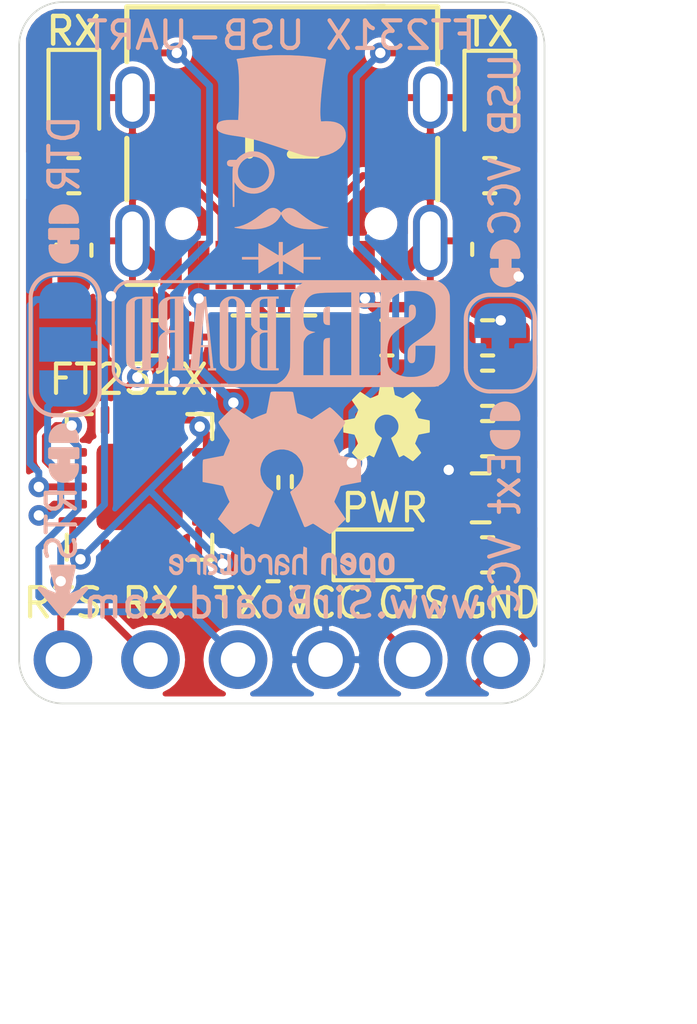
<source format=kicad_pcb>
(kicad_pcb (version 20171130) (host pcbnew "(5.1.2)-2")
  (title_block (title "USB to TTL Converter Based On The FT2310XQ") (date 2020-04-13) (rev 3.1) (company SirBoard) (comment 1 www.SirBoard.com) (comment 2 "USB 2.0 Type-C Connector") (comment 3 FT231XQ))
  (layers (0 F.Cu signal) (31 B.Cu signal) (34 B.Paste user hide) (35 F.Paste user hide) (36 B.SilkS user) (37 F.SilkS user) (38 B.Mask user hide) (39 F.Mask user hide) (44 Edge.Cuts user))
  (net 0 "")
  (net 1 GND)
  (net 2 "Net-(PWR1-Pad2)")
  (net 3 "Net-(R3-Pad2)")
  (net 4 VCC)
  (net 5 "Net-(C6-Pad1)")
  (net 6 CTS)
  (net 7 TX)
  (net 8 RX)
  (net 9 RTS)
  (net 10 "Net-(P1-PadB5)")
  (net 11 "Net-(P1-PadA8)")
  (net 12 "Net-(P1-PadA5)")
  (net 13 "Net-(P1-PadB8)")
  (net 14 uD-)
  (net 15 uD+)
  (net 16 "Net-(R5-Pad2)")
  (net 17 CBUS1)
  (net 18 CBUS2)
  (net 19 "Net-(FB1-Pad1)")
  (net 20 VUSB)
  (net 21 D+)
  (net 22 D-)
  (net 23 P6)
  (net 24 DTR)
  (net 25 "Net-(U1-Pad16)")
  (net 26 "Net-(U1-Pad15)")
  (net 27 "Net-(U1-Pad5)")
  (net 28 "Net-(U1-Pad4)")
  (net 29 "Net-(U1-Pad2)")
  (module logo:OSHW36x26 (layer F.Cu) (at 67.6148 41.1734)
    (fp_text reference G*** hide)
    (fp_text value LOGO hide)
  )
  (module Jumper:SolderJumper-3_P1.3mm_Open_RoundedPad1.0x1.5mm (layer B.Cu) (at 58.293 38.9255 90)
    (fp_text reference P6 hide)
    (fp_text value SolderJumper_3_Open)
    (pad 2 smd rect (at 0 0 90) (size 1 1.5) (layers B.Cu B.Mask) (net 23 P6))
    (pad 3 smd custom (at 1.3 0 90) (size 1 0.5) (layers B.Cu B.Mask) (net 24 DTR) (options (clearance outline) (anchor rect)) (primitives (gr_circle (center 0 -0.25) (end 0.5 -0.25) (width 0)) (gr_circle (center 0 0.25) (end 0.5 0.25) (width 0)) (gr_poly (pts (xy -0.55 0.75) (xy 0 0.75) (xy 0 -0.75) (xy -0.55 -0.75)) (width 0))))
    (pad 1 smd custom (at -1.3 0 90) (size 1 0.5) (layers B.Cu B.Mask) (net 9 RTS) (options (clearance outline) (anchor rect)) (primitives (gr_circle (center 0 -0.25) (end 0.5 -0.25) (width 0)) (gr_circle (center 0 0.25) (end 0.5 0.25) (width 0)) (gr_poly (pts (xy 0.55 0.75) (xy 0 0.75) (xy 0 -0.75) (xy 0.55 -0.75)) (width 0))))
  )
  (module Package_DFN_QFN:QFN-20-1EP_4x4mm_P0.5mm_EP2.5x2.5mm (layer F.Cu) (at 60.452 43.053 90)
    (fp_text reference U1 hide)
    (fp_text value FT231XQ)
    (pad 20 smd roundrect (at -1 -1.9375 90) (size 0.25 0.825) (layers F.Cu F.Paste F.Mask) (net 5 "Net-(C6-Pad1)"))
    (pad 19 smd roundrect (at -0.5 -1.9375 90) (size 0.25 0.825) (layers F.Cu F.Paste F.Mask) (net 9 RTS))
    (pad 18 smd roundrect (at 0 -1.9375 90) (size 0.25 0.825) (layers F.Cu F.Paste F.Mask) (net 24 DTR))
    (pad 17 smd roundrect (at 0.5 -1.9375 90) (size 0.25 0.825) (layers F.Cu F.Paste F.Mask) (net 7 TX))
    (pad 16 smd roundrect (at 1 -1.9375 90) (size 0.25 0.825) (layers F.Cu F.Paste F.Mask) (net 25 "Net-(U1-Pad16)"))
    (pad 15 smd roundrect (at 1.9375 -1 90) (size 0.825 0.25) (layers F.Cu F.Paste F.Mask) (net 26 "Net-(U1-Pad15)"))
    (pad 14 smd roundrect (at 1.9375 -0.5 90) (size 0.825 0.25) (layers F.Cu F.Paste F.Mask) (net 17 CBUS1))
    (pad 13 smd roundrect (at 1.9375 0 90) (size 0.825 0.25) (layers F.Cu F.Paste F.Mask) (net 1 GND))
    (pad 12 smd roundrect (at 1.9375 0.5 90) (size 0.825 0.25) (layers F.Cu F.Paste F.Mask) (net 4 VCC))
    (pad 11 smd roundrect (at 1.9375 1 90) (size 0.825 0.25) (layers F.Cu F.Paste F.Mask) (net 5 "Net-(C6-Pad1)"))
    (pad 10 smd roundrect (at 1 1.9375 90) (size 0.25 0.825) (layers F.Cu F.Paste F.Mask) (net 5 "Net-(C6-Pad1)"))
    (pad 9 smd roundrect (at 0.5 1.9375 90) (size 0.25 0.825) (layers F.Cu F.Paste F.Mask) (net 14 uD-))
    (pad 8 smd roundrect (at 0 1.9375 90) (size 0.25 0.825) (layers F.Cu F.Paste F.Mask) (net 15 uD+))
    (pad 7 smd roundrect (at -0.5 1.9375 90) (size 0.25 0.825) (layers F.Cu F.Paste F.Mask) (net 18 CBUS2))
    (pad 6 smd roundrect (at -1 1.9375 90) (size 0.25 0.825) (layers F.Cu F.Paste F.Mask) (net 6 CTS))
    (pad 5 smd roundrect (at -1.9375 1 90) (size 0.825 0.25) (layers F.Cu F.Paste F.Mask) (net 27 "Net-(U1-Pad5)"))
    (pad 4 smd roundrect (at -1.9375 0.5 90) (size 0.825 0.25) (layers F.Cu F.Paste F.Mask) (net 28 "Net-(U1-Pad4)"))
    (pad 3 smd roundrect (at -1.9375 0 90) (size 0.825 0.25) (layers F.Cu F.Paste F.Mask) (net 1 GND))
    (pad 2 smd roundrect (at -1.9375 -0.5 90) (size 0.825 0.25) (layers F.Cu F.Paste F.Mask) (net 29 "Net-(U1-Pad2)"))
    (pad 1 smd roundrect (at -1.9375 -1 90) (size 0.825 0.25) (layers F.Cu F.Paste F.Mask) (net 8 RX))
    (pad 21 smd roundrect (at 0 0 90) (size 2.5 2.5) (layers F.Cu F.Mask) (roundrect_rratio 0.1) (net 1 GND))
  )
  (module SirBoardLibrary:SOT-143 (layer F.Cu) (at 64.3255 39.5605 180)
    (fp_text reference D1 hide)
    (fp_text value PRTR5V0U2X)
    (pad 4 smd rect (at 1.1508 -1.0516 90) (size 0.8 1) (layers F.Cu F.Paste F.Mask) (net 20 VUSB))
    (pad 3 smd rect (at 1.1508 0.8484 90) (size 0.8 1) (layers F.Cu F.Paste F.Mask) (net 21 D+))
    (pad 2 smd rect (at -1.1492 0.8484 90) (size 0.8 1) (layers F.Cu F.Paste F.Mask) (net 22 D-))
    (pad 1 smd rect (at -1.1492 -0.8716 90) (size 1.2 1) (layers F.Cu F.Paste F.Mask) (net 1 GND))
  )
  (module Resistor_SMD:R_0603_1608Metric (layer F.Cu) (at 70.612 34.036)
    (fp_text reference R7 hide)
    (fp_text value 5k1)
    (pad 2 smd roundrect (at 0.7875 0) (size 0.875 0.95) (layers F.Cu F.Paste F.Mask) (net 1 GND))
    (pad 1 smd roundrect (at -0.7875 0) (size 0.875 0.95) (layers F.Cu F.Paste F.Mask) (net 12 "Net-(P1-PadA5)"))
  )
  (module Resistor_SMD:R_0603_1608Metric (layer F.Cu) (at 58.547 34.036 180)
    (fp_text reference R6 hide)
    (fp_text value 5k1)
    (pad 2 smd roundrect (at 0.7875 0 180) (size 0.875 0.95) (layers F.Cu F.Paste F.Mask) (net 1 GND))
    (pad 1 smd roundrect (at -0.7875 0 180) (size 0.875 0.95) (layers F.Cu F.Paste F.Mask) (net 10 "Net-(P1-PadB5)"))
  )
  (module Connector_PinHeader_2.54mm:PinHeader_1x06_P2.54mm_Horizontal (layer F.Cu) (at 70.9295 48.0568 270)
    (fp_text reference J1 hide)
    (fp_text value Conn_01x06)
    (pad 6 thru_hole oval (at 0 12.7 270) (size 1.7 1.7) (drill 1) (layers *.Cu *.Mask) (net 23 P6))
    (pad 5 thru_hole oval (at 0 10.16 270) (size 1.7 1.7) (drill 1) (layers *.Cu *.Mask) (net 8 RX))
    (pad 4 thru_hole oval (at 0 7.62 270) (size 1.7 1.7) (drill 1) (layers *.Cu *.Mask) (net 7 TX))
    (pad 3 thru_hole oval (at 0 5.08 270) (size 1.7 1.7) (drill 1) (layers *.Cu *.Mask) (net 4 VCC))
    (pad 2 thru_hole oval (at 0 2.54 270) (size 1.7 1.7) (drill 1) (layers *.Cu *.Mask) (net 6 CTS))
    (pad 1 thru_hole circle (at 0 0 270) (size 1.7 1.7) (drill 1) (layers *.Cu *.Mask) (net 1 GND))
  )
  (module SirBoardLibrary:USB_C (layer F.Cu) (at 67.7799 37.211 180)
    (fp_text reference P1 (at 3.2004 4.3688 180) (layer F.SilkS) (effects (font (size 1.27 1.27) (thickness 0.254))))
    (fp_text value USB_C_Plug_USB2.0 hide)
    (pad B4 smd rect (at 5.4558 0.5866 180) (size 0.31 1.4) (layers F.Cu F.Paste F.Mask) (net 20 VUSB))
    (pad B1 smd rect (at 6.2585 0.5866 180) (size 0.31 1.4) (layers F.Cu F.Paste F.Mask) (net 1 GND))
    (pad B9 smd rect (at 0.9685 0.5842 180) (size 0.31 1.4) (layers F.Cu F.Paste F.Mask) (net 20 VUSB))
    (pad B12 smd rect (at 0.1685 0.5842 180) (size 0.31 1.4) (layers F.Cu F.Paste F.Mask) (net 1 GND))
    (pad A1 smd rect (at -0.1415 0.5866 180) (size 0.31 1.4) (layers F.Cu F.Paste F.Mask) (net 1 GND))
    (pad A12 smd rect (at 6.5685 0.5866 180) (size 0.31 1.4) (layers F.Cu F.Paste F.Mask) (net 1 GND))
    (pad "" np_thru_hole circle (at 0.3235 1.7866 180) (size 0.65 0.65) (drill oval 0.65) (layers *.Cu *.Mask))
    (pad "" np_thru_hole circle (at 6.1035 1.7866 180) (size 0.65 0.65) (drill oval 0.65) (layers *.Cu *.Mask))
    (pad S1 thru_hole oval (at -1.1065 5.4366 180) (size 1 1.8) (drill oval 0.6 1.4) (layers *.Cu *.Mask) (net 1 GND))
    (pad S1 thru_hole oval (at 7.5335 5.4366 180) (size 1 1.8) (drill oval 0.6 1.4) (layers *.Cu *.Mask) (net 1 GND))
    (pad S1 thru_hole oval (at 7.5335 1.2866 180) (size 1 2.1) (drill oval 0.6 1.7) (layers *.Cu *.Mask) (net 1 GND))
    (pad S1 thru_hole oval (at -1.1065 1.2866 180) (size 1 2.1) (drill oval 0.6 1.7) (layers *.Cu *.Mask) (net 1 GND))
    (pad B5 smd rect (at 4.9635 0.5866 180) (size 0.32 1.4) (layers F.Cu F.Paste F.Mask) (net 10 "Net-(P1-PadB5)"))
    (pad A8 smd rect (at 4.4635 0.5866 180) (size 0.32 1.4) (layers F.Cu F.Paste F.Mask) (net 11 "Net-(P1-PadA8)"))
    (pad B6 smd rect (at 3.9635 0.5866 180) (size 0.32 1.4) (layers F.Cu F.Paste F.Mask) (net 21 D+))
    (pad A7 smd rect (at 3.4635 0.5866 180) (size 0.32 1.4) (layers F.Cu F.Paste F.Mask) (net 22 D-))
    (pad A6 smd rect (at 2.9635 0.5866 180) (size 0.32 1.4) (layers F.Cu F.Paste F.Mask) (net 21 D+))
    (pad B7 smd rect (at 2.4635 0.5866 180) (size 0.32 1.4) (layers F.Cu F.Paste F.Mask) (net 22 D-))
    (pad A5 smd rect (at 1.9635 0.5866 180) (size 0.32 1.4) (layers F.Cu F.Paste F.Mask) (net 12 "Net-(P1-PadA5)"))
    (pad B8 smd rect (at 1.4635 0.5866 180) (size 0.32 1.4) (layers F.Cu F.Paste F.Mask) (net 13 "Net-(P1-PadB8)"))
    (pad A9 smd rect (at 5.7685 0.5866 180) (size 0.31 1.4) (layers F.Cu F.Paste F.Mask) (net 20 VUSB))
    (pad A4 smd rect (at 0.6585 0.5866 180) (size 0.31 1.4) (layers F.Cu F.Paste F.Mask) (net 20 VUSB))
  )
  (module Capacitor_SMD:C_0603_1608Metric (layer F.Cu) (at 64.3255 45.2755)
    (fp_text reference C6 hide)
    (fp_text value 100nF)
    (pad 2 smd roundrect (at 0.7875 0) (size 0.875 0.95) (layers F.Cu F.Paste F.Mask) (net 1 GND))
    (pad 1 smd roundrect (at -0.7875 0) (size 0.875 0.95) (layers F.Cu F.Paste F.Mask) (net 5 "Net-(C6-Pad1)"))
  )
  (module logo:SirBoard98x31 (layer B.Cu) (at 64.5541 38.608 180)
    (fp_text reference G*** hide)
    (fp_text value LOGO hide)
  )
  (module Symbol:OSHW-Logo2_7.3x6mm_SilkScreen (layer B.Cu) (at 64.5795 43.053 180)
    (fp_text reference REF** hide)
    (fp_text value OSHW-Logo2_7.3x6mm_SilkScreen hide)
  )
  (module logo:logo63x89 (layer B.Cu) (at 64.5541 33.7185 180)
    (fp_text reference G*** hide)
    (fp_text value LOGO hide)
  )
  (module Resistor_SMD:R_0603_1608Metric (layer F.Cu) (at 70.5485 45.0215 180)
    (fp_text reference R4 hide)
    (fp_text value 1k)
    (pad 2 smd roundrect (at 0.7875 0 180) (size 0.875 0.95) (layers F.Cu F.Paste F.Mask) (net 2 "Net-(PWR1-Pad2)"))
    (pad 1 smd roundrect (at -0.7875 0 180) (size 0.875 0.95) (layers F.Cu F.Paste F.Mask) (net 4 VCC))
  )
  (module Resistor_SMD:R_0603_1608Metric (layer F.Cu) (at 70.612 36.1695 90)
    (fp_text reference R3 hide)
    (fp_text value 1k)
    (pad 2 smd roundrect (at 0.7875 0 90) (size 0.875 0.95) (layers F.Cu F.Paste F.Mask) (net 3 "Net-(R3-Pad2)"))
    (pad 1 smd roundrect (at -0.7875 0 90) (size 0.875 0.95) (layers F.Cu F.Paste F.Mask) (net 4 VCC))
  )
  (module Inductor_SMD:L_0603_1608Metric (layer F.Cu) (at 70.5485 38.735 180)
    (fp_text reference FB1 hide)
    (fp_text value 40E@100MHz)
    (pad 2 smd roundrect (at 0.7875 0 180) (size 0.875 0.95) (layers F.Cu F.Paste F.Mask) (net 20 VUSB))
    (pad 1 smd roundrect (at -0.7875 0 180) (size 0.875 0.95) (layers F.Cu F.Paste F.Mask) (net 19 "Net-(FB1-Pad1)"))
  )
  (module Capacitor_SMD:C_0603_1608Metric (layer F.Cu) (at 70.5485 41.656)
    (fp_text reference C4 hide)
    (fp_text value 100nF)
    (pad 2 smd roundrect (at 0.7875 0) (size 0.875 0.95) (layers F.Cu F.Paste F.Mask) (net 1 GND))
    (pad 1 smd roundrect (at -0.7875 0) (size 0.875 0.95) (layers F.Cu F.Paste F.Mask) (net 4 VCC))
  )
  (module Capacitor_SMD:C_0603_1608Metric (layer F.Cu) (at 70.5485 40.1955)
    (fp_text reference C1 hide)
    (fp_text value 10nF)
    (pad 2 smd roundrect (at 0.7875 0) (size 0.875 0.95) (layers F.Cu F.Paste F.Mask) (net 1 GND))
    (pad 1 smd roundrect (at -0.7875 0) (size 0.875 0.95) (layers F.Cu F.Paste F.Mask) (net 20 VUSB))
  )
  (module LED_SMD:LED_0603_1608Metric (layer F.Cu) (at 70.612 31.9025 270)
    (fp_text reference TX (at -2.032 0 180) (layer F.SilkS) (effects (font (size 0.8 0.8) (thickness 0.13))))
    (fp_text value GREEN)
    (pad 1 smd roundrect (at -0.7875 0 270) (size 0.875 0.95) (layers F.Cu F.Paste F.Mask) (net 18 CBUS2))
    (pad 2 smd roundrect (at 0.7875 0 270) (size 0.875 0.95) (layers F.Cu F.Paste F.Mask) (net 3 "Net-(R3-Pad2)"))
  )
  (module LED_SMD:LED_0603_1608Metric (layer F.Cu) (at 67.564 45.0215)
    (fp_text reference PWR (at 0 -1.3589 180) (layer F.SilkS) (effects (font (size 0.8 0.8) (thickness 0.12))))
    (fp_text value RED)
    (pad 2 smd roundrect (at 0.7875 0) (size 0.875 0.95) (layers F.Cu F.Paste F.Mask) (net 2 "Net-(PWR1-Pad2)"))
    (pad 1 smd roundrect (at -0.7875 0) (size 0.875 0.95) (layers F.Cu F.Paste F.Mask) (net 1 GND))
  )
  (module LED_SMD:LED_0603_1608Metric (layer F.Cu) (at 58.547 31.877 270)
    (fp_text reference RX (at -2.032 0.01016 180) (layer F.SilkS) (effects (font (size 0.8 0.8) (thickness 0.13))))
    (fp_text value GREEN)
    (pad 1 smd roundrect (at -0.7875 0 270) (size 0.875 0.95) (layers F.Cu F.Paste F.Mask) (net 17 CBUS1))
    (pad 2 smd roundrect (at 0.7875 0 270) (size 0.875 0.95) (layers F.Cu F.Paste F.Mask) (net 16 "Net-(R5-Pad2)"))
  )
  (module Resistor_SMD:R_0603_1608Metric (layer F.Cu) (at 58.547 36.195 90)
    (fp_text reference R5 hide)
    (fp_text value 1k)
    (pad 2 smd roundrect (at 0.7875 0 90) (size 0.875 0.95) (layers F.Cu F.Paste F.Mask) (net 16 "Net-(R5-Pad2)"))
    (pad 1 smd roundrect (at -0.7875 0 90) (size 0.875 0.95) (layers F.Cu F.Paste F.Mask) (net 4 VCC))
  )
  (module Capacitor_SMD:C_0805_2012Metric (layer F.Cu) (at 70.3476 43.3705)
    (fp_text reference C5 hide)
    (fp_text value 4.7uF)
    (pad 2 smd roundrect (at 0.9375 0) (size 0.975 1.4) (layers F.Cu F.Paste F.Mask) (net 1 GND))
    (pad 1 smd roundrect (at -0.9375 0) (size 0.975 1.4) (layers F.Cu F.Paste F.Mask) (net 4 VCC))
  )
  (module Jumper:SolderJumper-2_P1.3mm_Bridged_RoundedPad1.0x1.5mm (layer B.Cu) (at 70.9168 38.8874 270)
    (fp_text reference JP1 hide)
    (fp_text value SolderJumper_2_Open)
    (fp_poly (pts (xy 0.25 0.254) (xy -0.25 0.254) (xy -0.25 -0.254) (xy 0.25 -0.254)) (layer B.Cu) (width 0))
    (pad 1 smd custom (at -0.65 0 270) (size 1 0.5) (layers B.Cu B.Mask) (net 19 "Net-(FB1-Pad1)") (options (clearance outline) (anchor rect)) (primitives (gr_circle (center 0 -0.25) (end 0.5 -0.25) (width 0)) (gr_circle (center 0 0.25) (end 0.5 0.25) (width 0)) (gr_poly (pts (xy 0 0.75) (xy 0.5 0.75) (xy 0.5 -0.75) (xy 0 -0.75)) (width 0))))
    (pad 2 smd custom (at 0.65 0 270) (size 1 0.5) (layers B.Cu B.Mask) (net 4 VCC) (options (clearance outline) (anchor rect)) (primitives (gr_circle (center 0 -0.25) (end 0.5 -0.25) (width 0)) (gr_circle (center 0 0.25) (end 0.5 0.25) (width 0)) (gr_poly (pts (xy 0 0.75) (xy -0.5 0.75) (xy -0.5 -0.75) (xy 0 -0.75)) (width 0))))
  )
  (module Capacitor_SMD:C_0603_1608Metric (layer F.Cu) (at 67.6275 38.735)
    (fp_text reference C3 hide)
    (fp_text value 47pF)
    (pad 2 smd roundrect (at 0.7875 0) (size 0.875 0.95) (layers F.Cu F.Paste F.Mask) (net 1 GND))
    (pad 1 smd roundrect (at -0.7875 0) (size 0.875 0.95) (layers F.Cu F.Paste F.Mask) (net 22 D-))
  )
  (module Resistor_SMD:R_0603_1608Metric (layer F.Cu) (at 63.9699 42.926 90)
    (fp_text reference R2 hide)
    (fp_text value 27e)
    (pad 2 smd roundrect (at 0.7875 0 90) (size 0.875 0.95) (layers F.Cu F.Paste F.Mask) (net 21 D+))
    (pad 1 smd roundrect (at -0.7875 0 90) (size 0.875 0.95) (layers F.Cu F.Paste F.Mask) (net 15 uD+))
  )
  (module Resistor_SMD:R_0603_1608Metric (layer F.Cu) (at 65.3796 42.9006 270)
    (fp_text reference R1 hide)
    (fp_text value 27e)
    (pad 2 smd roundrect (at 0.7875 0 270) (size 0.875 0.95) (layers F.Cu F.Paste F.Mask) (net 14 uD-))
    (pad 1 smd roundrect (at -0.7875 0 270) (size 0.875 0.95) (layers F.Cu F.Paste F.Mask) (net 22 D-))
  )
  (module Capacitor_SMD:C_0603_1608Metric (layer F.Cu) (at 60.96 38.735 180)
    (fp_text reference C2 hide)
    (fp_text value 47pF)
    (pad 2 smd roundrect (at 0.7875 0 180) (size 0.875 0.95) (layers F.Cu F.Paste F.Mask) (net 1 GND))
    (pad 1 smd roundrect (at -0.7875 0 180) (size 0.875 0.95) (layers F.Cu F.Paste F.Mask) (net 21 D+))
  )
  (gr_arc (start 58.2549 35.306) (end 58.6359 35.306) (angle -180) (layer B.SilkS) (width 0.12))
  (gr_line (start 58.4454 35.2425) (end 58.3184 35.052) (layer B.SilkS) (width 0.12))
  (gr_line (start 57.9374 35.179) (end 58.3184 35.179) (layer B.SilkS) (width 0.12))
  (gr_line (start 58.0644 36.2077) (end 58.1914 36.3982) (layer B.SilkS) (width 0.12))
  (gr_line (start 58.5724 35.2425) (end 58.3819 34.9885) (layer B.SilkS) (width 0.12))
  (gr_arc (start 58.2549 36.1442) (end 57.8739 36.1442) (angle -180) (layer B.SilkS) (width 0.12))
  (gr_line (start 57.8739 36.1442) (end 58.6359 36.1442) (layer B.SilkS) (width 0.12))
  (gr_line (start 57.8739 36.0807) (end 58.6359 36.0807) (layer B.SilkS) (width 0.12))
  (gr_line (start 58.6359 36.0807) (end 58.6359 36.1442) (layer B.SilkS) (width 0.12))
  (gr_line (start 58.3184 36.4617) (end 58.5724 36.3347) (layer B.SilkS) (width 0.12))
  (gr_line (start 58.5724 36.3347) (end 58.5724 36.2077) (layer B.SilkS) (width 0.12))
  (gr_line (start 58.1914 35.052) (end 57.9374 35.179) (layer B.SilkS) (width 0.12))
  (gr_line (start 58.2549 36.3347) (end 58.3184 36.3347) (layer B.SilkS) (width 0.12))
  (gr_line (start 58.1279 36.4617) (end 58.3184 36.4617) (layer B.SilkS) (width 0.12))
  (gr_line (start 57.9374 36.2077) (end 58.1279 36.4617) (layer B.SilkS) (width 0.12))
  (gr_line (start 58.1914 36.2712) (end 58.2549 36.3347) (layer B.SilkS) (width 0.12))
  (gr_line (start 58.3184 36.3982) (end 58.5724 36.2712) (layer B.SilkS) (width 0.12))
  (gr_line (start 58.1914 36.3982) (end 58.3184 36.3982) (layer B.SilkS) (width 0.12))
  (gr_line (start 57.8739 36.1442) (end 57.8739 36.0807) (layer B.SilkS) (width 0.12))
  (gr_line (start 58.5724 36.2712) (end 58.1914 36.2712) (layer B.SilkS) (width 0.12))
  (gr_line (start 58.6359 35.306) (end 58.6359 35.3695) (layer B.SilkS) (width 0.12))
  (gr_line (start 58.3184 35.179) (end 58.2549 35.1155) (layer B.SilkS) (width 0.12))
  (gr_line (start 58.5724 36.2077) (end 58.0644 36.2077) (layer B.SilkS) (width 0.12))
  (gr_line (start 58.3184 35.3695) (end 58.3819 35.3695) (layer B.SilkS) (width 0.12))
  (gr_line (start 58.3184 36.0807) (end 58.3184 35.6997) (layer B.SilkS) (width 0.12))
  (gr_line (start 58.2549 35.6997) (end 58.2549 36.0807) (layer B.SilkS) (width 0.12))
  (gr_line (start 58.1914 35.3695) (end 58.2549 35.3695) (layer B.SilkS) (width 0.12))
  (gr_line (start 58.1914 36.0807) (end 58.1914 35.6997) (layer B.SilkS) (width 0.12))
  (gr_line (start 58.2549 36.0807) (end 58.1914 36.0807) (layer B.SilkS) (width 0.12))
  (gr_line (start 58.1279 36.1442) (end 58.2549 36.0807) (layer B.SilkS) (width 0.12))
  (gr_line (start 58.1279 35.6997) (end 58.1279 36.1442) (layer B.SilkS) (width 0.12))
  (gr_line (start 58.3819 35.6997) (end 58.3819 36.1442) (layer B.SilkS) (width 0.12))
  (gr_line (start 58.3184 35.052) (end 58.1914 35.052) (layer B.SilkS) (width 0.12))
  (gr_line (start 58.1914 34.9885) (end 57.9374 35.1155) (layer B.SilkS) (width 0.12))
  (gr_line (start 58.3819 34.9885) (end 58.1914 34.9885) (layer B.SilkS) (width 0.12))
  (gr_line (start 58.2549 35.1155) (end 58.1914 35.1155) (layer B.SilkS) (width 0.12))
  (gr_line (start 57.9374 35.1155) (end 57.9374 35.2425) (layer B.SilkS) (width 0.12))
  (gr_line (start 58.6359 35.306) (end 57.8739 35.306) (layer B.SilkS) (width 0.12))
  (gr_line (start 57.8739 35.3695) (end 57.8739 35.306) (layer B.SilkS) (width 0.12))
  (gr_line (start 57.9374 35.2425) (end 58.4454 35.2425) (layer B.SilkS) (width 0.12))
  (gr_line (start 58.6359 35.3695) (end 57.8739 35.3695) (layer B.SilkS) (width 0.12))
  (gr_line (start 57.8612 35.6108) (end 58.6486 35.6108) (layer B.SilkS) (width 0.12))
  (gr_line (start 58.6486 35.6108) (end 58.6486 35.8394) (layer B.SilkS) (width 0.12))
  (gr_line (start 58.6486 35.8394) (end 57.8612 35.8394) (layer B.SilkS) (width 0.12))
  (gr_line (start 57.8612 35.8394) (end 57.8612 35.6108) (layer B.SilkS) (width 0.12))
  (gr_line (start 57.8612 35.6616) (end 58.6486 35.6616) (layer B.SilkS) (width 0.12))
  (gr_line (start 57.8612 35.7124) (end 58.6486 35.7124) (layer B.SilkS) (width 0.12))
  (gr_line (start 57.8612 35.7632) (end 58.6486 35.7632) (layer B.SilkS) (width 0.12))
  (gr_line (start 58.6359 41.656) (end 57.8739 41.656) (layer B.SilkS) (width 0.12))
  (gr_line (start 58.2549 41.4655) (end 58.1914 41.4655) (layer B.SilkS) (width 0.12))
  (gr_line (start 57.9374 41.5925) (end 58.4454 41.5925) (layer B.SilkS) (width 0.12))
  (gr_line (start 57.8739 41.7195) (end 57.8739 41.656) (layer B.SilkS) (width 0.12))
  (gr_line (start 57.9374 41.4655) (end 57.9374 41.5925) (layer B.SilkS) (width 0.12))
  (gr_line (start 58.6359 41.7195) (end 57.8739 41.7195) (layer B.SilkS) (width 0.12))
  (gr_line (start 58.6359 41.656) (end 58.6359 41.7195) (layer B.SilkS) (width 0.12))
  (gr_line (start 58.1914 41.402) (end 57.9374 41.529) (layer B.SilkS) (width 0.12))
  (gr_line (start 58.1279 42.8117) (end 58.3184 42.8117) (layer B.SilkS) (width 0.12))
  (gr_line (start 58.3184 41.529) (end 58.2549 41.4655) (layer B.SilkS) (width 0.12))
  (gr_line (start 58.3184 42.7482) (end 58.5724 42.6212) (layer B.SilkS) (width 0.12))
  (gr_line (start 57.8739 42.4942) (end 57.8739 42.4307) (layer B.SilkS) (width 0.12))
  (gr_line (start 58.5724 42.5577) (end 58.0644 42.5577) (layer B.SilkS) (width 0.12))
  (gr_line (start 58.1914 42.7482) (end 58.3184 42.7482) (layer B.SilkS) (width 0.12))
  (gr_line (start 58.3184 42.8117) (end 58.5724 42.6847) (layer B.SilkS) (width 0.12))
  (gr_line (start 58.5724 42.6212) (end 58.1914 42.6212) (layer B.SilkS) (width 0.12))
  (gr_line (start 57.9374 42.5577) (end 58.1279 42.8117) (layer B.SilkS) (width 0.12))
  (gr_line (start 58.5724 42.6847) (end 58.5724 42.5577) (layer B.SilkS) (width 0.12))
  (gr_line (start 58.2549 42.6847) (end 58.3184 42.6847) (layer B.SilkS) (width 0.12))
  (gr_line (start 58.1914 42.6212) (end 58.2549 42.6847) (layer B.SilkS) (width 0.12))
  (gr_line (start 58.6359 42.4307) (end 58.6359 42.4942) (layer B.SilkS) (width 0.12))
  (gr_arc (start 58.2549 41.656) (end 58.6359 41.656) (angle -180) (layer B.SilkS) (width 0.12))
  (gr_arc (start 58.2549 42.4942) (end 57.8739 42.4942) (angle -180) (layer B.SilkS) (width 0.12))
  (gr_line (start 58.0644 42.5577) (end 58.1914 42.7482) (layer B.SilkS) (width 0.12))
  (gr_line (start 58.5724 41.5925) (end 58.3819 41.3385) (layer B.SilkS) (width 0.12))
  (gr_line (start 57.8739 42.4942) (end 58.6359 42.4942) (layer B.SilkS) (width 0.12))
  (gr_line (start 57.8739 42.4307) (end 58.6359 42.4307) (layer B.SilkS) (width 0.12))
  (gr_line (start 57.9374 41.529) (end 58.3184 41.529) (layer B.SilkS) (width 0.12))
  (gr_line (start 58.4454 41.5925) (end 58.3184 41.402) (layer B.SilkS) (width 0.12))
  (gr_line (start 58.6486 41.9608) (end 58.6486 42.1894) (layer B.SilkS) (width 0.12))
  (gr_line (start 57.8612 41.9608) (end 58.6486 41.9608) (layer B.SilkS) (width 0.12))
  (gr_line (start 57.8612 42.0624) (end 58.6486 42.0624) (layer B.SilkS) (width 0.12))
  (gr_line (start 58.1279 42.0497) (end 58.1279 42.4942) (layer B.SilkS) (width 0.12))
  (gr_line (start 58.3819 42.0497) (end 58.3819 42.4942) (layer B.SilkS) (width 0.12))
  (gr_line (start 58.3184 41.402) (end 58.1914 41.402) (layer B.SilkS) (width 0.12))
  (gr_line (start 58.3184 42.4307) (end 58.3184 42.0497) (layer B.SilkS) (width 0.12))
  (gr_line (start 58.2549 42.0497) (end 58.2549 42.4307) (layer B.SilkS) (width 0.12))
  (gr_line (start 58.1914 41.3385) (end 57.9374 41.4655) (layer B.SilkS) (width 0.12))
  (gr_line (start 58.3819 41.3385) (end 58.1914 41.3385) (layer B.SilkS) (width 0.12))
  (gr_line (start 58.1914 41.7195) (end 58.2549 41.7195) (layer B.SilkS) (width 0.12))
  (gr_line (start 58.1914 42.4307) (end 58.1914 42.0497) (layer B.SilkS) (width 0.12))
  (gr_line (start 58.2549 42.4307) (end 58.1914 42.4307) (layer B.SilkS) (width 0.12))
  (gr_line (start 58.1279 42.4942) (end 58.2549 42.4307) (layer B.SilkS) (width 0.12))
  (gr_line (start 58.3184 41.7195) (end 58.3819 41.7195) (layer B.SilkS) (width 0.12))
  (gr_line (start 57.8612 42.1894) (end 57.8612 41.9608) (layer B.SilkS) (width 0.12))
  (gr_line (start 58.6486 42.1894) (end 57.8612 42.1894) (layer B.SilkS) (width 0.12))
  (gr_line (start 57.8612 42.0116) (end 58.6486 42.0116) (layer B.SilkS) (width 0.12))
  (gr_line (start 57.8612 42.1132) (end 58.6486 42.1132) (layer B.SilkS) (width 0.12))
  (gr_line (start 58.2168 46.7868) (end 57.5564 45.9994) (layer B.SilkS) (width 0.12))
  (gr_line (start 57.5564 45.9994) (end 58.0644 46.2026) (layer B.SilkS) (width 0.12))
  (gr_line (start 58.0644 46.2026) (end 58.4454 46.2026) (layer B.SilkS) (width 0.12))
  (gr_line (start 58.4454 46.2026) (end 58.9026 45.9994) (layer B.SilkS) (width 0.12))
  (gr_line (start 58.9026 45.9994) (end 58.2168 46.7868) (layer B.SilkS) (width 0.12))
  (gr_line (start 57.658 46.0756) (end 58.2168 46.6852) (layer B.SilkS) (width 0.12))
  (gr_line (start 58.2168 46.6852) (end 58.7248 46.1518) (layer B.SilkS) (width 0.12))
  (gr_line (start 58.7248 46.1518) (end 58.2168 46.5836) (layer B.SilkS) (width 0.12))
  (gr_line (start 58.2168 46.5836) (end 57.8358 46.1772) (layer B.SilkS) (width 0.12))
  (gr_line (start 57.8358 46.1772) (end 58.1914 46.5074) (layer B.SilkS) (width 0.12))
  (gr_line (start 58.1914 46.5074) (end 58.547 46.228) (layer B.SilkS) (width 0.12))
  (gr_line (start 58.547 46.228) (end 57.9882 46.2534) (layer B.SilkS) (width 0.12))
  (gr_line (start 57.9882 46.2534) (end 58.1914 46.4312) (layer B.SilkS) (width 0.12))
  (gr_line (start 58.1914 46.4312) (end 58.3946 46.3042) (layer B.SilkS) (width 0.12))
  (gr_line (start 58.3946 46.3042) (end 58.0898 46.3042) (layer B.SilkS) (width 0.12))
  (gr_line (start 58.0898 46.3042) (end 58.293 46.355) (layer B.SilkS) (width 0.12))
  (gr_line (start 58.0898 46.1264) (end 57.8866 45.3644) (layer B.SilkS) (width 0.12))
  (gr_line (start 57.8866 45.3644) (end 58.547 45.3644) (layer B.SilkS) (width 0.12))
  (gr_line (start 58.547 45.3644) (end 58.3438 46.2534) (layer B.SilkS) (width 0.12))
  (gr_line (start 58.3438 46.2534) (end 58.4454 45.4152) (layer B.SilkS) (width 0.12))
  (gr_line (start 58.4454 45.4152) (end 57.9628 45.4152) (layer B.SilkS) (width 0.12))
  (gr_line (start 57.9628 45.4152) (end 58.166 46.2026) (layer B.SilkS) (width 0.12))
  (gr_line (start 58.166 46.2026) (end 58.039 45.4406) (layer B.SilkS) (width 0.12))
  (gr_line (start 58.039 45.4406) (end 58.3692 45.4914) (layer B.SilkS) (width 0.12))
  (gr_line (start 58.3692 45.4914) (end 58.293 46.2026) (layer B.SilkS) (width 0.12))
  (gr_line (start 58.293 46.2026) (end 58.2422 45.5168) (layer B.SilkS) (width 0.12))
  (gr_line (start 58.2422 45.5168) (end 58.1152 45.5168) (layer B.SilkS) (width 0.12))
  (gr_line (start 58.1152 45.5168) (end 58.2168 46.1264) (layer B.SilkS) (width 0.12))
  (gr_text DTR (at 58.2676 33.401 90) (layer B.SilkS) (effects (font (size 0.85 0.8) (thickness 0.12)) (justify mirror)))
  (gr_text RTS (at 58.1914 44.1198 90) (layer B.SilkS) (effects (font (size 0.85 0.8) (thickness 0.12)) (justify mirror)))
  (gr_text FT231X (at 60.1345 39.9415) (layer F.SilkS) (effects (font (size 0.85 0.85) (thickness 0.12))))
  (gr_arc (start 70.9295 30.2768) (end 72.1995 30.2768) (angle -90) (layer Edge.Cuts) (width 0.05))
  (gr_arc (start 58.2295 30.2768) (end 58.2295 29.0068) (angle -90) (layer Edge.Cuts) (width 0.05))
  (gr_arc (start 58.2295 48.0568) (end 56.9595 48.0568) (angle -90) (layer Edge.Cuts) (width 0.05))
  (gr_line (start 71.1835 36.3855) (end 71.1835 36.83) (layer B.SilkS) (width 0.12))
  (gr_line (start 71.12 36.3855) (end 71.1835 36.3855) (layer B.SilkS) (width 0.12))
  (gr_line (start 71.12 36.7665) (end 71.12 36.3855) (layer B.SilkS) (width 0.12))
  (gr_line (start 71.0565 36.3855) (end 71.0565 36.7665) (layer B.SilkS) (width 0.12))
  (gr_line (start 70.993 36.3855) (end 71.0565 36.3855) (layer B.SilkS) (width 0.12))
  (gr_line (start 70.993 36.7665) (end 70.993 36.3855) (layer B.SilkS) (width 0.12))
  (gr_line (start 71.0565 36.7665) (end 70.993 36.7665) (layer B.SilkS) (width 0.12))
  (gr_line (start 70.9295 36.83) (end 71.0565 36.7665) (layer B.SilkS) (width 0.12))
  (gr_line (start 70.9295 36.3855) (end 70.9295 36.83) (layer B.SilkS) (width 0.12))
  (gr_line (start 70.993 41.783) (end 71.12 41.783) (layer B.SilkS) (width 0.12))
  (gr_line (start 71.12 41.8465) (end 71.374 41.7195) (layer B.SilkS) (width 0.12))
  (gr_line (start 70.9295 41.8465) (end 71.12 41.8465) (layer B.SilkS) (width 0.12))
  (gr_line (start 71.0565 41.7195) (end 71.12 41.7195) (layer B.SilkS) (width 0.12))
  (gr_line (start 70.993 40.767) (end 70.739 40.894) (layer B.SilkS) (width 0.12))
  (gr_line (start 71.12 40.894) (end 71.0565 40.8305) (layer B.SilkS) (width 0.12))
  (gr_line (start 70.739 40.894) (end 71.12 40.894) (layer B.SilkS) (width 0.12))
  (gr_line (start 71.374 41.7195) (end 71.374 41.5925) (layer B.SilkS) (width 0.12))
  (gr_line (start 70.6755 41.529) (end 71.4375 41.529) (layer B.SilkS) (width 0.12))
  (gr_line (start 71.4375 41.4655) (end 71.4375 41.529) (layer B.SilkS) (width 0.12))
  (gr_line (start 71.374 41.5925) (end 70.866 41.5925) (layer B.SilkS) (width 0.12))
  (gr_line (start 70.6755 41.4655) (end 71.4375 41.4655) (layer B.SilkS) (width 0.12))
  (gr_line (start 70.866 41.5925) (end 70.993 41.783) (layer B.SilkS) (width 0.12))
  (gr_arc (start 71.0565 41.529) (end 70.6755 41.529) (angle -180) (layer B.SilkS) (width 0.12))
  (gr_line (start 70.6755 41.529) (end 70.6755 41.4655) (layer B.SilkS) (width 0.12))
  (gr_line (start 70.739 41.5925) (end 70.9295 41.8465) (layer B.SilkS) (width 0.12))
  (gr_line (start 71.374 41.656) (end 70.993 41.656) (layer B.SilkS) (width 0.12))
  (gr_line (start 70.993 41.656) (end 71.0565 41.7195) (layer B.SilkS) (width 0.12))
  (gr_line (start 71.12 41.783) (end 71.374 41.656) (layer B.SilkS) (width 0.12))
  (gr_line (start 71.374 40.9575) (end 71.1835 40.7035) (layer B.SilkS) (width 0.12))
  (gr_line (start 71.4375 41.021) (end 71.4375 41.0845) (layer B.SilkS) (width 0.12))
  (gr_arc (start 71.0565 41.021) (end 71.4375 41.021) (angle -180) (layer B.SilkS) (width 0.12))
  (gr_line (start 71.247 40.9575) (end 71.12 40.767) (layer B.SilkS) (width 0.12))
  (gr_line (start 70.739 40.9575) (end 71.247 40.9575) (layer B.SilkS) (width 0.12))
  (gr_line (start 70.6755 41.0845) (end 70.6755 41.021) (layer B.SilkS) (width 0.12))
  (gr_line (start 71.4375 41.021) (end 70.6755 41.021) (layer B.SilkS) (width 0.12))
  (gr_line (start 70.739 40.8305) (end 70.739 40.9575) (layer B.SilkS) (width 0.12))
  (gr_line (start 71.0565 40.8305) (end 70.993 40.8305) (layer B.SilkS) (width 0.12))
  (gr_line (start 71.1835 40.7035) (end 70.993 40.7035) (layer B.SilkS) (width 0.12))
  (gr_line (start 70.993 40.7035) (end 70.739 40.8305) (layer B.SilkS) (width 0.12))
  (gr_line (start 71.12 40.767) (end 70.993 40.767) (layer B.SilkS) (width 0.12))
  (gr_line (start 71.4375 41.0845) (end 70.6755 41.0845) (layer B.SilkS) (width 0.12))
  (gr_text "USB VCC" (at 71.0565 33.147 90) (layer B.SilkS) (effects (font (size 0.85 0.8) (thickness 0.12)) (justify mirror)))
  (gr_text "Ext VCC" (at 71.0565 44.3865 90) (layer B.SilkS) (effects (font (size 0.85 0.8) (thickness 0.12)) (justify mirror)))
  (gr_line (start 71.12 36.068) (end 70.993 36.068) (layer B.SilkS) (width 0.12))
  (gr_line (start 70.993 36.0045) (end 70.739 36.1315) (layer B.SilkS) (width 0.12))
  (gr_line (start 71.1835 36.0045) (end 70.993 36.0045) (layer B.SilkS) (width 0.12))
  (gr_line (start 71.0565 36.1315) (end 70.993 36.1315) (layer B.SilkS) (width 0.12))
  (gr_line (start 70.739 36.1315) (end 70.739 36.2585) (layer B.SilkS) (width 0.12))
  (gr_line (start 71.4375 36.322) (end 70.6755 36.322) (layer B.SilkS) (width 0.12))
  (gr_line (start 70.6755 36.3855) (end 70.6755 36.322) (layer B.SilkS) (width 0.12))
  (gr_line (start 70.739 36.2585) (end 71.247 36.2585) (layer B.SilkS) (width 0.12))
  (gr_line (start 71.4375 36.3855) (end 70.6755 36.3855) (layer B.SilkS) (width 0.12))
  (gr_line (start 71.247 36.2585) (end 71.12 36.068) (layer B.SilkS) (width 0.12))
  (gr_arc (start 71.0565 36.322) (end 71.4375 36.322) (angle -180) (layer B.SilkS) (width 0.12))
  (gr_line (start 71.4375 36.322) (end 71.4375 36.3855) (layer B.SilkS) (width 0.12))
  (gr_line (start 71.374 36.2585) (end 71.1835 36.0045) (layer B.SilkS) (width 0.12))
  (gr_line (start 70.739 36.195) (end 71.12 36.195) (layer B.SilkS) (width 0.12))
  (gr_line (start 71.12 36.195) (end 71.0565 36.1315) (layer B.SilkS) (width 0.12))
  (gr_line (start 70.993 36.068) (end 70.739 36.195) (layer B.SilkS) (width 0.12))
  (gr_line (start 71.0565 37.0205) (end 71.12 37.0205) (layer B.SilkS) (width 0.12))
  (gr_line (start 70.993 36.957) (end 71.0565 37.0205) (layer B.SilkS) (width 0.12))
  (gr_line (start 71.374 36.957) (end 70.993 36.957) (layer B.SilkS) (width 0.12))
  (gr_line (start 71.12 37.084) (end 71.374 36.957) (layer B.SilkS) (width 0.12))
  (gr_line (start 70.993 37.084) (end 71.12 37.084) (layer B.SilkS) (width 0.12))
  (gr_line (start 70.866 36.8935) (end 70.993 37.084) (layer B.SilkS) (width 0.12))
  (gr_line (start 71.374 36.8935) (end 70.866 36.8935) (layer B.SilkS) (width 0.12))
  (gr_line (start 71.374 37.0205) (end 71.374 36.8935) (layer B.SilkS) (width 0.12))
  (gr_line (start 71.12 37.1475) (end 71.374 37.0205) (layer B.SilkS) (width 0.12))
  (gr_line (start 70.9295 37.1475) (end 71.12 37.1475) (layer B.SilkS) (width 0.12))
  (gr_line (start 70.739 36.8935) (end 70.9295 37.1475) (layer B.SilkS) (width 0.12))
  (gr_line (start 70.6755 36.83) (end 70.6755 36.7665) (layer B.SilkS) (width 0.12))
  (gr_line (start 71.4375 36.7665) (end 71.4375 36.83) (layer B.SilkS) (width 0.12))
  (gr_line (start 70.6755 36.7665) (end 71.4375 36.7665) (layer B.SilkS) (width 0.12))
  (gr_line (start 70.6755 36.83) (end 71.4375 36.83) (layer B.SilkS) (width 0.12))
  (gr_arc (start 71.0565 36.83) (end 70.6755 36.83) (angle -180) (layer B.SilkS) (width 0.12))
  (gr_text GND (at 70.9295 46.4185) (layer F.SilkS) (effects (font (size 0.85 0.75) (thickness 0.12))))
  (gr_text CTS (at 68.3895 46.4185) (layer F.SilkS) (effects (font (size 0.85 0.75) (thickness 0.12))))
  (gr_text VCC (at 65.8495 46.4185) (layer F.SilkS) (effects (font (size 0.85 0.75) (thickness 0.12))))
  (gr_text TX (at 63.3095 46.4185) (layer F.SilkS) (effects (font (size 0.85 0.85) (thickness 0.12))))
  (gr_text RX (at 60.7695 46.4185) (layer F.SilkS) (effects (font (size 0.85 0.85) (thickness 0.12))))
  (gr_text RTS (at 58.2295 46.4185) (layer F.SilkS) (effects (font (size 0.85 0.85) (thickness 0.12))))
  (gr_line (start 70.9295 29.0068) (end 58.2295 29.0068) (layer Edge.Cuts) (width 0.05))
  (gr_arc (start 70.9295 48.0568) (end 70.9295 49.3268) (angle -90) (layer Edge.Cuts) (width 0.05))
  (gr_line (start 58.2295 49.3268) (end 70.9295 49.3268) (layer Edge.Cuts) (width 0.05))
  (gr_line (start 56.9595 48.0568) (end 56.9595 30.2768) (layer Edge.Cuts) (width 0.05))
  (gr_line (start 72.1995 48.0568) (end 72.1995 30.2768) (layer Edge.Cuts) (width 0.05))
  (gr_text "FT231X USB-UART" (at 64.5541 29.972) (layer B.SilkS) (effects (font (size 0.8 0.8) (thickness 0.12)) (justify mirror)))
  (gr_text www.SirBoard.com (at 64.5795 46.4185) (layer B.SilkS) (effects (font (size 0.85 0.85) (thickness 0.13)) (justify mirror)))
  (segment (start 67.919 36.6268) (end 67.9214 36.6244) (width 0.3) (layer F.Cu) (net 1))
  (segment (start 67.6114 36.6268) (end 67.919 36.6268) (width 0.3) (layer F.Cu) (net 1))
  (segment (start 61.5214 36.6244) (end 61.2114 36.6244) (width 0.3) (layer F.Cu) (net 1))
  (segment (start 60.9464 36.6244) (end 60.2464 35.9244) (width 0.5) (layer F.Cu) (net 1))
  (segment (start 61.2114 36.6244) (end 60.9464 36.6244) (width 0.5) (layer F.Cu) (net 1))
  (segment (start 68.1864 36.6244) (end 68.8864 35.9244) (width 0.5) (layer F.Cu) (net 1))
  (segment (start 67.9214 36.6244) (end 68.1864 36.6244) (width 0.5) (layer F.Cu) (net 1))
  (segment (start 68.3515 45.0215) (end 69.761 45.0215) (width 0.3) (layer F.Cu) (net 2))
  (segment (start 70.612 32.69) (end 70.612 35.382) (width 0.2) (layer F.Cu) (net 3))
  (segment (start 69.4101 42.5705) (end 69.42055 42.56005) (width 0.3) (layer F.Cu) (net 4))
  (segment (start 69.4101 43.3705) (end 69.4101 42.5705) (width 0.3) (layer F.Cu) (net 4))
  (segment (start 69.7531 41.6639) (end 69.761 41.656) (width 0.3) (layer F.Cu) (net 4))
  (segment (start 69.7531 42.2275) (end 69.7531 41.6639) (width 0.3) (layer F.Cu) (net 4))
  (segment (start 71.12 45.0215) (end 71.336 45.0215) (width 0.3) (layer F.Cu) (net 4))
  (segment (start 69.4101 43.3705) (end 69.469 43.3705) (width 0.3) (layer F.Cu) (net 4))
  (segment (start 69.469 43.3705) (end 71.12 45.0215) (width 0.3) (layer F.Cu) (net 4))
  (segment (start 69.42055 42.56005) (end 69.7531 42.2275) (width 0.3) (layer F.Cu) (net 4))
  (via (at 69.42055 42.56005) (size 0.6) (drill 0.3) (layers F.Cu B.Cu) (net 4))
  (segment (start 69.42055 41.55205) (end 69.42055 42.56005) (width 0.2) (layer B.Cu) (net 4))
  (segment (start 70.9168 39.5374) (end 70.9168 40.0558) (width 0.2) (layer B.Cu) (net 4))
  (segment (start 70.9168 40.0558) (end 69.42055 41.55205) (width 0.2) (layer B.Cu) (net 4))
  (via (at 71.4502 36.957) (size 0.6) (drill 0.3) (layers F.Cu B.Cu) (net 4))
  (segment (start 70.612 36.957) (end 71.4502 36.957) (width 0.2) (layer F.Cu) (net 4))
  (via (at 59.6265 37.5285) (size 0.6) (drill 0.3) (layers F.Cu B.Cu) (net 4))
  (segment (start 58.547 36.9825) (end 59.0805 36.9825) (width 0.2) (layer F.Cu) (net 4))
  (segment (start 59.0805 36.9825) (end 59.6265 37.5285) (width 0.2) (layer F.Cu) (net 4))
  (via (at 61.468 40.005) (size 0.6) (drill 0.3) (layers F.Cu B.Cu) (net 4))
  (segment (start 60.952 41.1155) (end 60.952 40.521) (width 0.2) (layer F.Cu) (net 4))
  (segment (start 60.952 40.521) (end 61.468 40.005) (width 0.2) (layer F.Cu) (net 4))
  (segment (start 62.3895 41.498) (end 62.3895 42.053) (width 0.2) (layer F.Cu) (net 5))
  (segment (start 61.452 41.1155) (end 62.007 41.1155) (width 0.2) (layer F.Cu) (net 5))
  (segment (start 62.007 41.1155) (end 62.19825 41.30675) (width 0.2) (layer F.Cu) (net 5))
  (segment (start 62.19825 41.30675) (end 62.3895 41.498) (width 0.2) (layer F.Cu) (net 5))
  (via (at 62.19825 41.30675) (size 0.6) (drill 0.3) (layers F.Cu B.Cu) (net 5))
  (via (at 58.7375 45.1485) (size 0.6) (drill 0.3) (layers F.Cu B.Cu) (net 5))
  (segment (start 58.5145 44.9255) (end 58.7375 45.1485) (width 0.2) (layer F.Cu) (net 5))
  (segment (start 58.5145 44.053) (end 58.5145 44.9255) (width 0.2) (layer F.Cu) (net 5))
  (segment (start 62.19825 41.30675) (end 62.19825 41.68775) (width 0.2) (layer B.Cu) (net 5))
  (via (at 62.865 45.2755) (size 0.6) (drill 0.3) (layers F.Cu B.Cu) (net 5))
  (segment (start 63.538 45.2755) (end 62.865 45.2755) (width 0.2) (layer F.Cu) (net 5))
  (segment (start 60.7695 43.18) (end 60.706 43.18) (width 0.2) (layer B.Cu) (net 5))
  (segment (start 62.865 45.2755) (end 60.7695 43.18) (width 0.2) (layer B.Cu) (net 5))
  (segment (start 62.19825 41.68775) (end 60.706 43.18) (width 0.2) (layer B.Cu) (net 5))
  (segment (start 60.706 43.18) (end 58.7375 45.1485) (width 0.2) (layer B.Cu) (net 5))
  (segment (start 66.7512 46.4185) (end 68.3895 48.0568) (width 0.2) (layer F.Cu) (net 6))
  (segment (start 62.865 46.4185) (end 66.7512 46.4185) (width 0.2) (layer F.Cu) (net 6))
  (segment (start 62.1665 45.72) (end 62.865 46.4185) (width 0.2) (layer F.Cu) (net 6))
  (segment (start 62.3895 44.053) (end 62.1665 44.276) (width 0.2) (layer F.Cu) (net 6))
  (segment (start 62.1665 44.276) (end 62.1665 45.72) (width 0.2) (layer F.Cu) (net 6))
  (segment (start 57.9835 42.553) (end 57.7215 42.291) (width 0.2) (layer F.Cu) (net 7))
  (segment (start 57.8485 42.418) (end 57.7215 42.291) (width 0.2) (layer F.Cu) (net 7))
  (segment (start 58.5145 42.553) (end 57.9835 42.553) (width 0.2) (layer F.Cu) (net 7))
  (segment (start 57.7215 42.291) (end 57.7215 41.5925) (width 0.2) (layer F.Cu) (net 7))
  (via (at 58.4835 41.275) (size 0.6) (drill 0.3) (layers F.Cu B.Cu) (net 7))
  (segment (start 57.7215 41.5925) (end 58.039 41.275) (width 0.2) (layer F.Cu) (net 7))
  (segment (start 58.039 41.275) (end 58.4835 41.275) (width 0.2) (layer F.Cu) (net 7))
  (segment (start 61.9252 46.6725) (end 63.3095 48.0568) (width 0.2) (layer B.Cu) (net 7))
  (segment (start 57.9755 46.6725) (end 61.9252 46.6725) (width 0.2) (layer B.Cu) (net 7))
  (segment (start 58.4835 41.699264) (end 58.674 41.889764) (width 0.2) (layer B.Cu) (net 7))
  (segment (start 58.4835 41.275) (end 58.4835 41.699264) (width 0.2) (layer B.Cu) (net 7))
  (segment (start 58.674 41.889764) (end 58.674 43.688) (width 0.2) (layer B.Cu) (net 7))
  (segment (start 58.674 43.688) (end 57.531 44.831) (width 0.2) (layer B.Cu) (net 7))
  (segment (start 57.531 44.831) (end 57.531 46.228) (width 0.2) (layer B.Cu) (net 7))
  (segment (start 57.531 46.228) (end 57.9755 46.6725) (width 0.2) (layer B.Cu) (net 7))
  (segment (start 59.452 46.7393) (end 60.7695 48.0568) (width 0.2) (layer F.Cu) (net 8))
  (segment (start 59.452 44.9905) (end 59.452 46.7393) (width 0.2) (layer F.Cu) (net 8))
  (segment (start 58.5145 43.553) (end 57.9835 43.553) (width 0.2) (layer F.Cu) (net 9))
  (via (at 57.531 43.8785) (size 0.6) (drill 0.3) (layers F.Cu B.Cu) (net 9))
  (segment (start 57.9755 43.553) (end 57.65 43.8785) (width 0.2) (layer F.Cu) (net 9))
  (segment (start 57.65 43.8785) (end 57.531 43.8785) (width 0.2) (layer F.Cu) (net 9))
  (segment (start 58.196 40.259) (end 58.2295 40.2255) (width 0.2) (layer B.Cu) (net 9))
  (segment (start 57.785 40.7335) (end 58.293 40.2255) (width 0.2) (layer B.Cu) (net 9))
  (segment (start 57.785 42.291) (end 57.785 40.7335) (width 0.2) (layer B.Cu) (net 9))
  (segment (start 58.166 42.672) (end 57.785 42.291) (width 0.2) (layer B.Cu) (net 9))
  (segment (start 58.166 43.6245) (end 58.166 42.672) (width 0.2) (layer B.Cu) (net 9))
  (segment (start 57.531 43.8785) (end 57.912 43.8785) (width 0.2) (layer B.Cu) (net 9))
  (segment (start 57.912 43.8785) (end 58.166 43.6245) (width 0.2) (layer B.Cu) (net 9))
  (segment (start 59.3345 34.036) (end 61.722 34.036) (width 0.2) (layer F.Cu) (net 10))
  (segment (start 62.8164 35.1304) (end 62.8164 36.6244) (width 0.2) (layer F.Cu) (net 10))
  (segment (start 61.722 34.036) (end 62.8164 35.1304) (width 0.2) (layer F.Cu) (net 10))
  (segment (start 65.8164 36.6244) (end 65.8164 35.1486) (width 0.2) (layer F.Cu) (net 12))
  (segment (start 66.929 34.036) (end 69.8245 34.036) (width 0.2) (layer F.Cu) (net 12))
  (segment (start 65.8164 35.1486) (end 66.929 34.036) (width 0.2) (layer F.Cu) (net 12))
  (segment (start 63.5 42.926) (end 64.6175 42.926) (width 0.2) (layer F.Cu) (net 14))
  (segment (start 63.127 42.553) (end 63.5 42.926) (width 0.2) (layer F.Cu) (net 14))
  (segment (start 62.072 42.553) (end 63.127 42.553) (width 0.2) (layer F.Cu) (net 14))
  (segment (start 64.6175 42.926) (end 65.3796 43.6881) (width 0.2) (layer F.Cu) (net 14))
  (segment (start 63.716 43.7135) (end 63.9699 43.7135) (width 0.2) (layer F.Cu) (net 15))
  (segment (start 62.072 43.053) (end 63.0555 43.053) (width 0.2) (layer F.Cu) (net 15))
  (segment (start 63.0555 43.053) (end 63.716 43.7135) (width 0.2) (layer F.Cu) (net 15))
  (segment (start 58.547 32.6645) (end 58.547 35.4075) (width 0.2) (layer F.Cu) (net 16))
  (segment (start 59.952 41.1155) (end 59.952 40.4415) (width 0.2) (layer F.Cu) (net 17))
  (via (at 60.3885 39.878) (size 0.6) (drill 0.3) (layers F.Cu B.Cu) (net 17))
  (segment (start 59.952 40.4415) (end 59.952 40.3145) (width 0.2) (layer F.Cu) (net 17))
  (segment (start 59.952 40.3145) (end 60.3885 39.878) (width 0.2) (layer F.Cu) (net 17))
  (segment (start 60.3885 39.878) (end 61.087 39.1795) (width 0.2) (layer B.Cu) (net 17))
  (segment (start 61.087 39.1795) (end 61.087 37.338) (width 0.2) (layer B.Cu) (net 17))
  (segment (start 61.087 37.338) (end 62.484 35.941) (width 0.2) (layer B.Cu) (net 17))
  (segment (start 62.484 35.941) (end 62.484 31.4325) (width 0.2) (layer B.Cu) (net 17))
  (via (at 61.5315 30.48) (size 0.6) (drill 0.3) (layers F.Cu B.Cu) (net 17))
  (segment (start 62.484 31.4325) (end 61.5315 30.48) (width 0.2) (layer B.Cu) (net 17))
  (segment (start 59.1565 30.48) (end 58.547 31.0895) (width 0.2) (layer F.Cu) (net 17))
  (segment (start 61.5315 30.48) (end 59.1565 30.48) (width 0.2) (layer F.Cu) (net 17))
  (segment (start 62.902 43.553) (end 63.119 43.77) (width 0.2) (layer F.Cu) (net 18))
  (segment (start 62.3895 43.553) (end 62.902 43.553) (width 0.2) (layer F.Cu) (net 18))
  (segment (start 63.119 43.77) (end 63.119 44.2595) (width 0.2) (layer F.Cu) (net 18))
  (segment (start 63.119 44.2595) (end 63.3095 44.45) (width 0.2) (layer F.Cu) (net 18))
  (segment (start 63.3095 44.45) (end 65.9765 44.45) (width 0.2) (layer F.Cu) (net 18))
  (segment (start 65.9765 44.45) (end 66.6115 43.815) (width 0.2) (layer F.Cu) (net 18))
  (segment (start 66.6115 43.815) (end 66.6115 42.6085) (width 0.2) (layer F.Cu) (net 18))
  (via (at 66.6115 42.3545) (size 0.6) (drill 0.3) (layers F.Cu B.Cu) (net 18))
  (segment (start 66.6115 42.6085) (end 66.6115 42.3545) (width 0.2) (layer F.Cu) (net 18))
  (segment (start 66.6115 42.3545) (end 66.6115 40.894) (width 0.2) (layer B.Cu) (net 18))
  (segment (start 66.6115 40.894) (end 67.8815 39.624) (width 0.2) (layer B.Cu) (net 18))
  (segment (start 67.8815 39.624) (end 67.8815 37.1475) (width 0.2) (layer B.Cu) (net 18))
  (segment (start 67.8815 37.1475) (end 66.7385 36.0045) (width 0.2) (layer B.Cu) (net 18))
  (via (at 67.437 30.48) (size 0.6) (drill 0.3) (layers F.Cu B.Cu) (net 18))
  (segment (start 66.7385 36.0045) (end 66.7385 31.1785) (width 0.2) (layer B.Cu) (net 18))
  (segment (start 66.7385 31.1785) (end 67.437 30.48) (width 0.2) (layer B.Cu) (net 18))
  (segment (start 69.977 30.48) (end 70.612 31.115) (width 0.2) (layer F.Cu) (net 18))
  (segment (start 67.437 30.48) (end 69.977 30.48) (width 0.2) (layer F.Cu) (net 18))
  (via (at 70.9295 38.227) (size 0.6) (drill 0.3) (layers F.Cu B.Cu) (net 19))
  (segment (start 71.336 38.6335) (end 70.9295 38.227) (width 0.2) (layer F.Cu) (net 19))
  (segment (start 71.336 38.735) (end 71.336 38.6335) (width 0.2) (layer F.Cu) (net 19))
  (via (at 62.1665 37.592) (size 0.6) (drill 0.3) (layers F.Cu B.Cu) (net 20))
  (segment (start 62.0114 36.6244) (end 62.0114 37.4369) (width 0.3) (layer F.Cu) (net 20))
  (segment (start 62.0114 37.4369) (end 62.1665 37.592) (width 0.3) (layer F.Cu) (net 20))
  (segment (start 62.3241 37.4344) (end 62.1665 37.592) (width 0.3) (layer F.Cu) (net 20))
  (segment (start 62.3241 36.6244) (end 62.3241 37.4344) (width 0.3) (layer F.Cu) (net 20))
  (via (at 66.9925 37.592) (size 0.6) (drill 0.3) (layers F.Cu B.Cu) (net 20))
  (segment (start 66.8114 36.6268) (end 66.8114 37.4109) (width 0.3) (layer F.Cu) (net 20))
  (segment (start 66.8114 37.4109) (end 66.9925 37.592) (width 0.3) (layer F.Cu) (net 20))
  (segment (start 67.1214 37.4631) (end 66.9925 37.592) (width 0.3) (layer F.Cu) (net 20))
  (segment (start 67.1214 36.6244) (end 67.1214 37.4631) (width 0.3) (layer F.Cu) (net 20))
  (segment (start 66.8138 36.6244) (end 66.8114 36.6268) (width 0.3) (layer F.Cu) (net 20))
  (segment (start 67.1214 36.6244) (end 66.8138 36.6244) (width 0.3) (layer F.Cu) (net 20))
  (segment (start 62.0114 36.6244) (end 62.3241 36.6244) (width 0.3) (layer F.Cu) (net 20))
  (segment (start 62.1665 37.592) (end 66.9925 37.592) (width 0.5) (layer B.Cu) (net 20))
  (segment (start 69.7865 38.7095) (end 69.761 38.735) (width 0.3) (layer F.Cu) (net 20))
  (segment (start 69.7865 38.227) (end 69.7865 38.7095) (width 0.3) (layer F.Cu) (net 20))
  (segment (start 69.4055 37.846) (end 69.7865 38.227) (width 0.3) (layer F.Cu) (net 20))
  (segment (start 66.9925 37.592) (end 67.2465 37.846) (width 0.3) (layer F.Cu) (net 20))
  (segment (start 67.2465 37.846) (end 69.4055 37.846) (width 0.3) (layer F.Cu) (net 20))
  (segment (start 69.761 38.735) (end 69.761 40.1955) (width 0.3) (layer F.Cu) (net 20))
  (via (at 63.1747 40.6121) (size 0.6) (drill 0.3) (layers F.Cu B.Cu) (net 20))
  (segment (start 62.1665 37.592) (end 62.1665 39.6039) (width 0.25) (layer B.Cu) (net 20))
  (segment (start 62.1665 39.6039) (end 63.1747 40.6121) (width 0.25) (layer B.Cu) (net 20))
  (segment (start 64.8164 35.7244) (end 64.652 35.56) (width 0.2) (layer F.Cu) (net 21))
  (segment (start 64.8164 36.6244) (end 64.8164 35.7244) (width 0.2) (layer F.Cu) (net 21))
  (segment (start 63.8164 35.7244) (end 63.8164 36.6244) (width 0.2) (layer F.Cu) (net 21))
  (segment (start 63.9808 35.56) (end 63.8164 35.7244) (width 0.2) (layer F.Cu) (net 21))
  (segment (start 64.652 35.56) (end 63.9808 35.56) (width 0.2) (layer F.Cu) (net 21))
  (segment (start 61.7704 38.7121) (end 61.7475 38.735) (width 0.2) (layer F.Cu) (net 21))
  (segment (start 63.1747 38.7121) (end 61.7704 38.7121) (width 0.2) (layer F.Cu) (net 21))
  (segment (start 64.0842 38.7121) (end 63.1747 38.7121) (width 0.2) (layer F.Cu) (net 21))
  (segment (start 64.0842 38.0238) (end 64.0842 38.7121) (width 0.2) (layer F.Cu) (net 21))
  (segment (start 63.8164 36.6244) (end 63.8164 37.756) (width 0.2) (layer F.Cu) (net 21))
  (segment (start 63.8164 37.756) (end 64.0842 38.0238) (width 0.2) (layer F.Cu) (net 21))
  (segment (start 64.0842 42.0242) (end 63.9699 42.1385) (width 0.2) (layer F.Cu) (net 21))
  (segment (start 64.0842 38.7121) (end 64.0842 42.0242) (width 0.2) (layer F.Cu) (net 21))
  (segment (start 64.3164 36.6244) (end 64.3164 37.5244) (width 0.2) (layer F.Cu) (net 22))
  (segment (start 66.8171 38.7121) (end 66.84 38.735) (width 0.2) (layer F.Cu) (net 22))
  (segment (start 65.4747 38.7121) (end 66.8171 38.7121) (width 0.2) (layer F.Cu) (net 22))
  (segment (start 64.511 37.719) (end 65.1218 37.719) (width 0.2) (layer F.Cu) (net 22))
  (segment (start 64.3164 37.5244) (end 64.511 37.719) (width 0.2) (layer F.Cu) (net 22))
  (segment (start 65.1218 37.719) (end 65.3164 37.5244) (width 0.2) (layer F.Cu) (net 22))
  (segment (start 65.3164 37.5244) (end 65.3164 36.6244) (width 0.2) (layer F.Cu) (net 22))
  (segment (start 64.5947 38.7121) (end 65.4747 38.7121) (width 0.2) (layer F.Cu) (net 22))
  (segment (start 64.5668 38.6842) (end 64.5947 38.7121) (width 0.2) (layer F.Cu) (net 22))
  (segment (start 64.3164 37.5244) (end 64.5668 37.7748) (width 0.2) (layer F.Cu) (net 22))
  (segment (start 64.5668 37.7748) (end 64.5668 38.6842) (width 0.2) (layer F.Cu) (net 22))
  (segment (start 64.5668 38.6842) (end 64.5668 41.3003) (width 0.2) (layer F.Cu) (net 22))
  (segment (start 64.5668 41.3003) (end 65.3796 42.1131) (width 0.2) (layer F.Cu) (net 22))
  (via (at 58.166 45.7835) (size 0.6) (drill 0.3) (layers F.Cu B.Cu) (net 23))
  (segment (start 58.166 47.9933) (end 58.2295 48.0568) (width 0.2) (layer F.Cu) (net 23))
  (segment (start 58.166 45.7835) (end 58.166 47.9933) (width 0.2) (layer F.Cu) (net 23))
  (segment (start 58.166 44.831) (end 58.166 45.7835) (width 0.2) (layer B.Cu) (net 23))
  (segment (start 59.436 43.561) (end 58.166 44.831) (width 0.2) (layer B.Cu) (net 23))
  (segment (start 59.436 39.1185) (end 59.436 43.561) (width 0.2) (layer B.Cu) (net 23))
  (segment (start 58.293 38.9255) (end 59.243 38.9255) (width 0.2) (layer B.Cu) (net 23))
  (segment (start 59.243 38.9255) (end 59.436 39.1185) (width 0.2) (layer B.Cu) (net 23))
  (segment (start 58.5145 43.053) (end 57.531 43.053) (width 0.2) (layer F.Cu) (net 24))
  (via (at 57.531 43.053) (size 0.6) (drill 0.3) (layers F.Cu B.Cu) (net 24))
  (segment (start 57.445408 37.6255) (end 57.277 37.793908) (width 0.2) (layer B.Cu) (net 24))
  (segment (start 58.293 37.6255) (end 57.445408 37.6255) (width 0.2) (layer B.Cu) (net 24))
  (segment (start 57.531 42.628736) (end 57.531 43.053) (width 0.2) (layer B.Cu) (net 24))
  (segment (start 57.277 42.374736) (end 57.531 42.628736) (width 0.2) (layer B.Cu) (net 24))
  (segment (start 57.277 37.793908) (end 57.277 42.374736) (width 0.2) (layer B.Cu) (net 24))
  (zone (net 1) (net_name GND) (layer F.Cu) (connect_pads (clearance 0.15)) (min_thickness 0.15) (fill yes (arc_segments 32) (thermal_gap 0.15) (thermal_bridge_width 0.2))
    (polygon (pts (xy 57.16016 49.1236) (xy 57.16016 29.21) (xy 71.99122 29.21) (xy 71.99122 49.1236)))
  )
  (zone (net 4) (net_name VCC) (layer B.Cu) (connect_pads (clearance 0.15)) (min_thickness 0.15) (fill yes (arc_segments 32) (thermal_gap 0.15) (thermal_bridge_width 0.2))
    (polygon (pts (xy 57.16016 49.1236) (xy 57.16016 29.21) (xy 71.99122 29.21) (xy 71.99122 49.1236)))
  )
)
</source>
